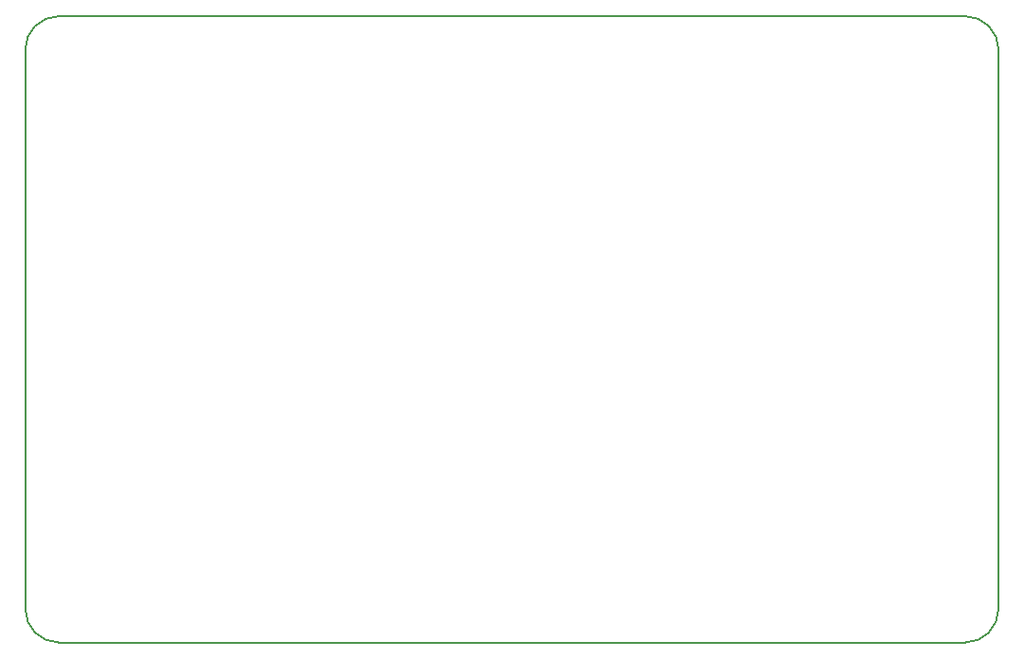
<source format=gm1>
G04 #@! TF.GenerationSoftware,KiCad,Pcbnew,5.1.6-c6e7f7d~87~ubuntu18.04.1*
G04 #@! TF.CreationDate,2021-04-28T11:05:25+02:00*
G04 #@! TF.ProjectId,MSS,4d53532e-6b69-4636-9164-5f7063625858,2.0*
G04 #@! TF.SameCoordinates,Original*
G04 #@! TF.FileFunction,Profile,NP*
%FSLAX46Y46*%
G04 Gerber Fmt 4.6, Leading zero omitted, Abs format (unit mm)*
G04 Created by KiCad (PCBNEW 5.1.6-c6e7f7d~87~ubuntu18.04.1) date 2021-04-28 11:05:25*
%MOMM*%
%LPD*%
G01*
G04 APERTURE LIST*
G04 #@! TA.AperFunction,Profile*
%ADD10C,0.150000*%
G04 #@! TD*
G04 APERTURE END LIST*
D10*
X77902000Y-63000000D02*
G75*
G02*
X80902000Y-60000000I3000000J0D01*
G01*
X80902000Y-116000000D02*
G75*
G02*
X77902000Y-113000000I0J3000000D01*
G01*
X164902000Y-113000000D02*
G75*
G02*
X161902000Y-116000000I-3000000J0D01*
G01*
X161902000Y-60000000D02*
G75*
G02*
X164902000Y-63000000I0J-3000000D01*
G01*
X161902000Y-116000000D02*
X80902000Y-116000000D01*
X164902000Y-63000000D02*
X164902000Y-113000000D01*
X80902000Y-60000000D02*
X161902000Y-60000000D01*
X77902000Y-113000000D02*
X77902000Y-63000000D01*
M02*

</source>
